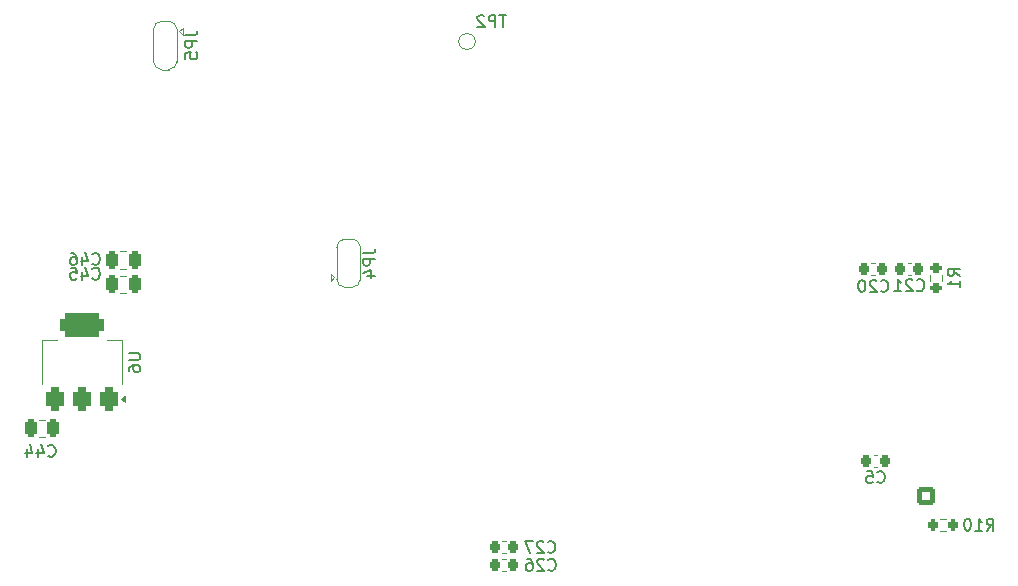
<source format=gbo>
G04 #@! TF.GenerationSoftware,KiCad,Pcbnew,8.0.9*
G04 #@! TF.CreationDate,2025-05-18T21:41:49+02:00*
G04 #@! TF.ProjectId,sensor-hub,73656e73-6f72-42d6-9875-622e6b696361,rev?*
G04 #@! TF.SameCoordinates,Original*
G04 #@! TF.FileFunction,Legend,Bot*
G04 #@! TF.FilePolarity,Positive*
%FSLAX46Y46*%
G04 Gerber Fmt 4.6, Leading zero omitted, Abs format (unit mm)*
G04 Created by KiCad (PCBNEW 8.0.9) date 2025-05-18 21:41:49*
%MOMM*%
%LPD*%
G01*
G04 APERTURE LIST*
G04 Aperture macros list*
%AMRoundRect*
0 Rectangle with rounded corners*
0 $1 Rounding radius*
0 $2 $3 $4 $5 $6 $7 $8 $9 X,Y pos of 4 corners*
0 Add a 4 corners polygon primitive as box body*
4,1,4,$2,$3,$4,$5,$6,$7,$8,$9,$2,$3,0*
0 Add four circle primitives for the rounded corners*
1,1,$1+$1,$2,$3*
1,1,$1+$1,$4,$5*
1,1,$1+$1,$6,$7*
1,1,$1+$1,$8,$9*
0 Add four rect primitives between the rounded corners*
20,1,$1+$1,$2,$3,$4,$5,0*
20,1,$1+$1,$4,$5,$6,$7,0*
20,1,$1+$1,$6,$7,$8,$9,0*
20,1,$1+$1,$8,$9,$2,$3,0*%
%AMFreePoly0*
4,1,19,0.550000,-0.750000,0.000000,-0.750000,0.000000,-0.744911,-0.071157,-0.744911,-0.207708,-0.704816,-0.327430,-0.627875,-0.420627,-0.520320,-0.479746,-0.390866,-0.500000,-0.250000,-0.500000,0.250000,-0.479746,0.390866,-0.420627,0.520320,-0.327430,0.627875,-0.207708,0.704816,-0.071157,0.744911,0.000000,0.744911,0.000000,0.750000,0.550000,0.750000,0.550000,-0.750000,0.550000,-0.750000,
$1*%
%AMFreePoly1*
4,1,19,0.000000,0.744911,0.071157,0.744911,0.207708,0.704816,0.327430,0.627875,0.420627,0.520320,0.479746,0.390866,0.500000,0.250000,0.500000,-0.250000,0.479746,-0.390866,0.420627,-0.520320,0.327430,-0.627875,0.207708,-0.704816,0.071157,-0.744911,0.000000,-0.744911,0.000000,-0.750000,-0.550000,-0.750000,-0.550000,0.750000,0.000000,0.750000,0.000000,0.744911,0.000000,0.744911,
$1*%
G04 Aperture macros list end*
%ADD10C,0.150000*%
%ADD11C,0.120000*%
%ADD12C,1.500000*%
%ADD13R,1.300000X1.300000*%
%ADD14C,1.300000*%
%ADD15C,3.250000*%
%ADD16RoundRect,0.248000X-0.552000X-0.552000X0.552000X-0.552000X0.552000X0.552000X-0.552000X0.552000X0*%
%ADD17C,1.600000*%
%ADD18C,1.720000*%
%ADD19C,2.200000*%
%ADD20R,1.700000X1.700000*%
%ADD21O,1.700000X1.700000*%
%ADD22R,2.000000X2.000000*%
%ADD23C,2.000000*%
%ADD24C,3.000000*%
%ADD25C,1.200000*%
%ADD26RoundRect,0.225000X-0.225000X-0.250000X0.225000X-0.250000X0.225000X0.250000X-0.225000X0.250000X0*%
%ADD27RoundRect,0.225000X0.225000X0.250000X-0.225000X0.250000X-0.225000X-0.250000X0.225000X-0.250000X0*%
%ADD28RoundRect,0.200000X-0.200000X-0.275000X0.200000X-0.275000X0.200000X0.275000X-0.200000X0.275000X0*%
%ADD29RoundRect,0.375000X0.375000X-0.625000X0.375000X0.625000X-0.375000X0.625000X-0.375000X-0.625000X0*%
%ADD30RoundRect,0.500000X1.400000X-0.500000X1.400000X0.500000X-1.400000X0.500000X-1.400000X-0.500000X0*%
%ADD31RoundRect,0.250000X-0.250000X-0.475000X0.250000X-0.475000X0.250000X0.475000X-0.250000X0.475000X0*%
%ADD32FreePoly0,270.000000*%
%ADD33R,1.500000X1.000000*%
%ADD34FreePoly1,270.000000*%
%ADD35FreePoly0,90.000000*%
%ADD36FreePoly1,90.000000*%
%ADD37RoundRect,0.250000X0.250000X0.475000X-0.250000X0.475000X-0.250000X-0.475000X0.250000X-0.475000X0*%
%ADD38RoundRect,0.200000X-0.275000X0.200000X-0.275000X-0.200000X0.275000X-0.200000X0.275000X0.200000X0*%
%ADD39C,1.000000*%
G04 APERTURE END LIST*
D10*
X120341666Y-118339580D02*
X120389285Y-118387200D01*
X120389285Y-118387200D02*
X120532142Y-118434819D01*
X120532142Y-118434819D02*
X120627380Y-118434819D01*
X120627380Y-118434819D02*
X120770237Y-118387200D01*
X120770237Y-118387200D02*
X120865475Y-118291961D01*
X120865475Y-118291961D02*
X120913094Y-118196723D01*
X120913094Y-118196723D02*
X120960713Y-118006247D01*
X120960713Y-118006247D02*
X120960713Y-117863390D01*
X120960713Y-117863390D02*
X120913094Y-117672914D01*
X120913094Y-117672914D02*
X120865475Y-117577676D01*
X120865475Y-117577676D02*
X120770237Y-117482438D01*
X120770237Y-117482438D02*
X120627380Y-117434819D01*
X120627380Y-117434819D02*
X120532142Y-117434819D01*
X120532142Y-117434819D02*
X120389285Y-117482438D01*
X120389285Y-117482438D02*
X120341666Y-117530057D01*
X119436904Y-117434819D02*
X119913094Y-117434819D01*
X119913094Y-117434819D02*
X119960713Y-117911009D01*
X119960713Y-117911009D02*
X119913094Y-117863390D01*
X119913094Y-117863390D02*
X119817856Y-117815771D01*
X119817856Y-117815771D02*
X119579761Y-117815771D01*
X119579761Y-117815771D02*
X119484523Y-117863390D01*
X119484523Y-117863390D02*
X119436904Y-117911009D01*
X119436904Y-117911009D02*
X119389285Y-118006247D01*
X119389285Y-118006247D02*
X119389285Y-118244342D01*
X119389285Y-118244342D02*
X119436904Y-118339580D01*
X119436904Y-118339580D02*
X119484523Y-118387200D01*
X119484523Y-118387200D02*
X119579761Y-118434819D01*
X119579761Y-118434819D02*
X119817856Y-118434819D01*
X119817856Y-118434819D02*
X119913094Y-118387200D01*
X119913094Y-118387200D02*
X119960713Y-118339580D01*
X92442857Y-124259580D02*
X92490476Y-124307200D01*
X92490476Y-124307200D02*
X92633333Y-124354819D01*
X92633333Y-124354819D02*
X92728571Y-124354819D01*
X92728571Y-124354819D02*
X92871428Y-124307200D01*
X92871428Y-124307200D02*
X92966666Y-124211961D01*
X92966666Y-124211961D02*
X93014285Y-124116723D01*
X93014285Y-124116723D02*
X93061904Y-123926247D01*
X93061904Y-123926247D02*
X93061904Y-123783390D01*
X93061904Y-123783390D02*
X93014285Y-123592914D01*
X93014285Y-123592914D02*
X92966666Y-123497676D01*
X92966666Y-123497676D02*
X92871428Y-123402438D01*
X92871428Y-123402438D02*
X92728571Y-123354819D01*
X92728571Y-123354819D02*
X92633333Y-123354819D01*
X92633333Y-123354819D02*
X92490476Y-123402438D01*
X92490476Y-123402438D02*
X92442857Y-123450057D01*
X92061904Y-123450057D02*
X92014285Y-123402438D01*
X92014285Y-123402438D02*
X91919047Y-123354819D01*
X91919047Y-123354819D02*
X91680952Y-123354819D01*
X91680952Y-123354819D02*
X91585714Y-123402438D01*
X91585714Y-123402438D02*
X91538095Y-123450057D01*
X91538095Y-123450057D02*
X91490476Y-123545295D01*
X91490476Y-123545295D02*
X91490476Y-123640533D01*
X91490476Y-123640533D02*
X91538095Y-123783390D01*
X91538095Y-123783390D02*
X92109523Y-124354819D01*
X92109523Y-124354819D02*
X91490476Y-124354819D01*
X91157142Y-123354819D02*
X90490476Y-123354819D01*
X90490476Y-123354819D02*
X90919047Y-124354819D01*
X129592857Y-122454819D02*
X129926190Y-121978628D01*
X130164285Y-122454819D02*
X130164285Y-121454819D01*
X130164285Y-121454819D02*
X129783333Y-121454819D01*
X129783333Y-121454819D02*
X129688095Y-121502438D01*
X129688095Y-121502438D02*
X129640476Y-121550057D01*
X129640476Y-121550057D02*
X129592857Y-121645295D01*
X129592857Y-121645295D02*
X129592857Y-121788152D01*
X129592857Y-121788152D02*
X129640476Y-121883390D01*
X129640476Y-121883390D02*
X129688095Y-121931009D01*
X129688095Y-121931009D02*
X129783333Y-121978628D01*
X129783333Y-121978628D02*
X130164285Y-121978628D01*
X128640476Y-122454819D02*
X129211904Y-122454819D01*
X128926190Y-122454819D02*
X128926190Y-121454819D01*
X128926190Y-121454819D02*
X129021428Y-121597676D01*
X129021428Y-121597676D02*
X129116666Y-121692914D01*
X129116666Y-121692914D02*
X129211904Y-121740533D01*
X128021428Y-121454819D02*
X127926190Y-121454819D01*
X127926190Y-121454819D02*
X127830952Y-121502438D01*
X127830952Y-121502438D02*
X127783333Y-121550057D01*
X127783333Y-121550057D02*
X127735714Y-121645295D01*
X127735714Y-121645295D02*
X127688095Y-121835771D01*
X127688095Y-121835771D02*
X127688095Y-122073866D01*
X127688095Y-122073866D02*
X127735714Y-122264342D01*
X127735714Y-122264342D02*
X127783333Y-122359580D01*
X127783333Y-122359580D02*
X127830952Y-122407200D01*
X127830952Y-122407200D02*
X127926190Y-122454819D01*
X127926190Y-122454819D02*
X128021428Y-122454819D01*
X128021428Y-122454819D02*
X128116666Y-122407200D01*
X128116666Y-122407200D02*
X128164285Y-122359580D01*
X128164285Y-122359580D02*
X128211904Y-122264342D01*
X128211904Y-122264342D02*
X128259523Y-122073866D01*
X128259523Y-122073866D02*
X128259523Y-121835771D01*
X128259523Y-121835771D02*
X128211904Y-121645295D01*
X128211904Y-121645295D02*
X128164285Y-121550057D01*
X128164285Y-121550057D02*
X128116666Y-121502438D01*
X128116666Y-121502438D02*
X128021428Y-121454819D01*
X123680357Y-102089580D02*
X123727976Y-102137200D01*
X123727976Y-102137200D02*
X123870833Y-102184819D01*
X123870833Y-102184819D02*
X123966071Y-102184819D01*
X123966071Y-102184819D02*
X124108928Y-102137200D01*
X124108928Y-102137200D02*
X124204166Y-102041961D01*
X124204166Y-102041961D02*
X124251785Y-101946723D01*
X124251785Y-101946723D02*
X124299404Y-101756247D01*
X124299404Y-101756247D02*
X124299404Y-101613390D01*
X124299404Y-101613390D02*
X124251785Y-101422914D01*
X124251785Y-101422914D02*
X124204166Y-101327676D01*
X124204166Y-101327676D02*
X124108928Y-101232438D01*
X124108928Y-101232438D02*
X123966071Y-101184819D01*
X123966071Y-101184819D02*
X123870833Y-101184819D01*
X123870833Y-101184819D02*
X123727976Y-101232438D01*
X123727976Y-101232438D02*
X123680357Y-101280057D01*
X123299404Y-101280057D02*
X123251785Y-101232438D01*
X123251785Y-101232438D02*
X123156547Y-101184819D01*
X123156547Y-101184819D02*
X122918452Y-101184819D01*
X122918452Y-101184819D02*
X122823214Y-101232438D01*
X122823214Y-101232438D02*
X122775595Y-101280057D01*
X122775595Y-101280057D02*
X122727976Y-101375295D01*
X122727976Y-101375295D02*
X122727976Y-101470533D01*
X122727976Y-101470533D02*
X122775595Y-101613390D01*
X122775595Y-101613390D02*
X123347023Y-102184819D01*
X123347023Y-102184819D02*
X122727976Y-102184819D01*
X121775595Y-102184819D02*
X122347023Y-102184819D01*
X122061309Y-102184819D02*
X122061309Y-101184819D01*
X122061309Y-101184819D02*
X122156547Y-101327676D01*
X122156547Y-101327676D02*
X122251785Y-101422914D01*
X122251785Y-101422914D02*
X122347023Y-101470533D01*
X56954819Y-107438095D02*
X57764342Y-107438095D01*
X57764342Y-107438095D02*
X57859580Y-107485714D01*
X57859580Y-107485714D02*
X57907200Y-107533333D01*
X57907200Y-107533333D02*
X57954819Y-107628571D01*
X57954819Y-107628571D02*
X57954819Y-107819047D01*
X57954819Y-107819047D02*
X57907200Y-107914285D01*
X57907200Y-107914285D02*
X57859580Y-107961904D01*
X57859580Y-107961904D02*
X57764342Y-108009523D01*
X57764342Y-108009523D02*
X56954819Y-108009523D01*
X56954819Y-108914285D02*
X56954819Y-108723809D01*
X56954819Y-108723809D02*
X57002438Y-108628571D01*
X57002438Y-108628571D02*
X57050057Y-108580952D01*
X57050057Y-108580952D02*
X57192914Y-108485714D01*
X57192914Y-108485714D02*
X57383390Y-108438095D01*
X57383390Y-108438095D02*
X57764342Y-108438095D01*
X57764342Y-108438095D02*
X57859580Y-108485714D01*
X57859580Y-108485714D02*
X57907200Y-108533333D01*
X57907200Y-108533333D02*
X57954819Y-108628571D01*
X57954819Y-108628571D02*
X57954819Y-108819047D01*
X57954819Y-108819047D02*
X57907200Y-108914285D01*
X57907200Y-108914285D02*
X57859580Y-108961904D01*
X57859580Y-108961904D02*
X57764342Y-109009523D01*
X57764342Y-109009523D02*
X57526247Y-109009523D01*
X57526247Y-109009523D02*
X57431009Y-108961904D01*
X57431009Y-108961904D02*
X57383390Y-108914285D01*
X57383390Y-108914285D02*
X57335771Y-108819047D01*
X57335771Y-108819047D02*
X57335771Y-108628571D01*
X57335771Y-108628571D02*
X57383390Y-108533333D01*
X57383390Y-108533333D02*
X57431009Y-108485714D01*
X57431009Y-108485714D02*
X57526247Y-108438095D01*
X53892857Y-101109580D02*
X53940476Y-101157200D01*
X53940476Y-101157200D02*
X54083333Y-101204819D01*
X54083333Y-101204819D02*
X54178571Y-101204819D01*
X54178571Y-101204819D02*
X54321428Y-101157200D01*
X54321428Y-101157200D02*
X54416666Y-101061961D01*
X54416666Y-101061961D02*
X54464285Y-100966723D01*
X54464285Y-100966723D02*
X54511904Y-100776247D01*
X54511904Y-100776247D02*
X54511904Y-100633390D01*
X54511904Y-100633390D02*
X54464285Y-100442914D01*
X54464285Y-100442914D02*
X54416666Y-100347676D01*
X54416666Y-100347676D02*
X54321428Y-100252438D01*
X54321428Y-100252438D02*
X54178571Y-100204819D01*
X54178571Y-100204819D02*
X54083333Y-100204819D01*
X54083333Y-100204819D02*
X53940476Y-100252438D01*
X53940476Y-100252438D02*
X53892857Y-100300057D01*
X53035714Y-100538152D02*
X53035714Y-101204819D01*
X53273809Y-100157200D02*
X53511904Y-100871485D01*
X53511904Y-100871485D02*
X52892857Y-100871485D01*
X52035714Y-100204819D02*
X52511904Y-100204819D01*
X52511904Y-100204819D02*
X52559523Y-100681009D01*
X52559523Y-100681009D02*
X52511904Y-100633390D01*
X52511904Y-100633390D02*
X52416666Y-100585771D01*
X52416666Y-100585771D02*
X52178571Y-100585771D01*
X52178571Y-100585771D02*
X52083333Y-100633390D01*
X52083333Y-100633390D02*
X52035714Y-100681009D01*
X52035714Y-100681009D02*
X51988095Y-100776247D01*
X51988095Y-100776247D02*
X51988095Y-101014342D01*
X51988095Y-101014342D02*
X52035714Y-101109580D01*
X52035714Y-101109580D02*
X52083333Y-101157200D01*
X52083333Y-101157200D02*
X52178571Y-101204819D01*
X52178571Y-101204819D02*
X52416666Y-101204819D01*
X52416666Y-101204819D02*
X52511904Y-101157200D01*
X52511904Y-101157200D02*
X52559523Y-101109580D01*
X61754819Y-80541666D02*
X62469104Y-80541666D01*
X62469104Y-80541666D02*
X62611961Y-80494047D01*
X62611961Y-80494047D02*
X62707200Y-80398809D01*
X62707200Y-80398809D02*
X62754819Y-80255952D01*
X62754819Y-80255952D02*
X62754819Y-80160714D01*
X62754819Y-81017857D02*
X61754819Y-81017857D01*
X61754819Y-81017857D02*
X61754819Y-81398809D01*
X61754819Y-81398809D02*
X61802438Y-81494047D01*
X61802438Y-81494047D02*
X61850057Y-81541666D01*
X61850057Y-81541666D02*
X61945295Y-81589285D01*
X61945295Y-81589285D02*
X62088152Y-81589285D01*
X62088152Y-81589285D02*
X62183390Y-81541666D01*
X62183390Y-81541666D02*
X62231009Y-81494047D01*
X62231009Y-81494047D02*
X62278628Y-81398809D01*
X62278628Y-81398809D02*
X62278628Y-81017857D01*
X61754819Y-82494047D02*
X61754819Y-82017857D01*
X61754819Y-82017857D02*
X62231009Y-81970238D01*
X62231009Y-81970238D02*
X62183390Y-82017857D01*
X62183390Y-82017857D02*
X62135771Y-82113095D01*
X62135771Y-82113095D02*
X62135771Y-82351190D01*
X62135771Y-82351190D02*
X62183390Y-82446428D01*
X62183390Y-82446428D02*
X62231009Y-82494047D01*
X62231009Y-82494047D02*
X62326247Y-82541666D01*
X62326247Y-82541666D02*
X62564342Y-82541666D01*
X62564342Y-82541666D02*
X62659580Y-82494047D01*
X62659580Y-82494047D02*
X62707200Y-82446428D01*
X62707200Y-82446428D02*
X62754819Y-82351190D01*
X62754819Y-82351190D02*
X62754819Y-82113095D01*
X62754819Y-82113095D02*
X62707200Y-82017857D01*
X62707200Y-82017857D02*
X62659580Y-81970238D01*
X120642857Y-102159580D02*
X120690476Y-102207200D01*
X120690476Y-102207200D02*
X120833333Y-102254819D01*
X120833333Y-102254819D02*
X120928571Y-102254819D01*
X120928571Y-102254819D02*
X121071428Y-102207200D01*
X121071428Y-102207200D02*
X121166666Y-102111961D01*
X121166666Y-102111961D02*
X121214285Y-102016723D01*
X121214285Y-102016723D02*
X121261904Y-101826247D01*
X121261904Y-101826247D02*
X121261904Y-101683390D01*
X121261904Y-101683390D02*
X121214285Y-101492914D01*
X121214285Y-101492914D02*
X121166666Y-101397676D01*
X121166666Y-101397676D02*
X121071428Y-101302438D01*
X121071428Y-101302438D02*
X120928571Y-101254819D01*
X120928571Y-101254819D02*
X120833333Y-101254819D01*
X120833333Y-101254819D02*
X120690476Y-101302438D01*
X120690476Y-101302438D02*
X120642857Y-101350057D01*
X120261904Y-101350057D02*
X120214285Y-101302438D01*
X120214285Y-101302438D02*
X120119047Y-101254819D01*
X120119047Y-101254819D02*
X119880952Y-101254819D01*
X119880952Y-101254819D02*
X119785714Y-101302438D01*
X119785714Y-101302438D02*
X119738095Y-101350057D01*
X119738095Y-101350057D02*
X119690476Y-101445295D01*
X119690476Y-101445295D02*
X119690476Y-101540533D01*
X119690476Y-101540533D02*
X119738095Y-101683390D01*
X119738095Y-101683390D02*
X120309523Y-102254819D01*
X120309523Y-102254819D02*
X119690476Y-102254819D01*
X119071428Y-101254819D02*
X118976190Y-101254819D01*
X118976190Y-101254819D02*
X118880952Y-101302438D01*
X118880952Y-101302438D02*
X118833333Y-101350057D01*
X118833333Y-101350057D02*
X118785714Y-101445295D01*
X118785714Y-101445295D02*
X118738095Y-101635771D01*
X118738095Y-101635771D02*
X118738095Y-101873866D01*
X118738095Y-101873866D02*
X118785714Y-102064342D01*
X118785714Y-102064342D02*
X118833333Y-102159580D01*
X118833333Y-102159580D02*
X118880952Y-102207200D01*
X118880952Y-102207200D02*
X118976190Y-102254819D01*
X118976190Y-102254819D02*
X119071428Y-102254819D01*
X119071428Y-102254819D02*
X119166666Y-102207200D01*
X119166666Y-102207200D02*
X119214285Y-102159580D01*
X119214285Y-102159580D02*
X119261904Y-102064342D01*
X119261904Y-102064342D02*
X119309523Y-101873866D01*
X119309523Y-101873866D02*
X119309523Y-101635771D01*
X119309523Y-101635771D02*
X119261904Y-101445295D01*
X119261904Y-101445295D02*
X119214285Y-101350057D01*
X119214285Y-101350057D02*
X119166666Y-101302438D01*
X119166666Y-101302438D02*
X119071428Y-101254819D01*
X76824819Y-98986666D02*
X77539104Y-98986666D01*
X77539104Y-98986666D02*
X77681961Y-98939047D01*
X77681961Y-98939047D02*
X77777200Y-98843809D01*
X77777200Y-98843809D02*
X77824819Y-98700952D01*
X77824819Y-98700952D02*
X77824819Y-98605714D01*
X77824819Y-99462857D02*
X76824819Y-99462857D01*
X76824819Y-99462857D02*
X76824819Y-99843809D01*
X76824819Y-99843809D02*
X76872438Y-99939047D01*
X76872438Y-99939047D02*
X76920057Y-99986666D01*
X76920057Y-99986666D02*
X77015295Y-100034285D01*
X77015295Y-100034285D02*
X77158152Y-100034285D01*
X77158152Y-100034285D02*
X77253390Y-99986666D01*
X77253390Y-99986666D02*
X77301009Y-99939047D01*
X77301009Y-99939047D02*
X77348628Y-99843809D01*
X77348628Y-99843809D02*
X77348628Y-99462857D01*
X77158152Y-100891428D02*
X77824819Y-100891428D01*
X76777200Y-100653333D02*
X77491485Y-100415238D01*
X77491485Y-100415238D02*
X77491485Y-101034285D01*
X53892857Y-99859580D02*
X53940476Y-99907200D01*
X53940476Y-99907200D02*
X54083333Y-99954819D01*
X54083333Y-99954819D02*
X54178571Y-99954819D01*
X54178571Y-99954819D02*
X54321428Y-99907200D01*
X54321428Y-99907200D02*
X54416666Y-99811961D01*
X54416666Y-99811961D02*
X54464285Y-99716723D01*
X54464285Y-99716723D02*
X54511904Y-99526247D01*
X54511904Y-99526247D02*
X54511904Y-99383390D01*
X54511904Y-99383390D02*
X54464285Y-99192914D01*
X54464285Y-99192914D02*
X54416666Y-99097676D01*
X54416666Y-99097676D02*
X54321428Y-99002438D01*
X54321428Y-99002438D02*
X54178571Y-98954819D01*
X54178571Y-98954819D02*
X54083333Y-98954819D01*
X54083333Y-98954819D02*
X53940476Y-99002438D01*
X53940476Y-99002438D02*
X53892857Y-99050057D01*
X53035714Y-99288152D02*
X53035714Y-99954819D01*
X53273809Y-98907200D02*
X53511904Y-99621485D01*
X53511904Y-99621485D02*
X52892857Y-99621485D01*
X52083333Y-98954819D02*
X52273809Y-98954819D01*
X52273809Y-98954819D02*
X52369047Y-99002438D01*
X52369047Y-99002438D02*
X52416666Y-99050057D01*
X52416666Y-99050057D02*
X52511904Y-99192914D01*
X52511904Y-99192914D02*
X52559523Y-99383390D01*
X52559523Y-99383390D02*
X52559523Y-99764342D01*
X52559523Y-99764342D02*
X52511904Y-99859580D01*
X52511904Y-99859580D02*
X52464285Y-99907200D01*
X52464285Y-99907200D02*
X52369047Y-99954819D01*
X52369047Y-99954819D02*
X52178571Y-99954819D01*
X52178571Y-99954819D02*
X52083333Y-99907200D01*
X52083333Y-99907200D02*
X52035714Y-99859580D01*
X52035714Y-99859580D02*
X51988095Y-99764342D01*
X51988095Y-99764342D02*
X51988095Y-99526247D01*
X51988095Y-99526247D02*
X52035714Y-99431009D01*
X52035714Y-99431009D02*
X52083333Y-99383390D01*
X52083333Y-99383390D02*
X52178571Y-99335771D01*
X52178571Y-99335771D02*
X52369047Y-99335771D01*
X52369047Y-99335771D02*
X52464285Y-99383390D01*
X52464285Y-99383390D02*
X52511904Y-99431009D01*
X52511904Y-99431009D02*
X52559523Y-99526247D01*
X50142857Y-116109580D02*
X50190476Y-116157200D01*
X50190476Y-116157200D02*
X50333333Y-116204819D01*
X50333333Y-116204819D02*
X50428571Y-116204819D01*
X50428571Y-116204819D02*
X50571428Y-116157200D01*
X50571428Y-116157200D02*
X50666666Y-116061961D01*
X50666666Y-116061961D02*
X50714285Y-115966723D01*
X50714285Y-115966723D02*
X50761904Y-115776247D01*
X50761904Y-115776247D02*
X50761904Y-115633390D01*
X50761904Y-115633390D02*
X50714285Y-115442914D01*
X50714285Y-115442914D02*
X50666666Y-115347676D01*
X50666666Y-115347676D02*
X50571428Y-115252438D01*
X50571428Y-115252438D02*
X50428571Y-115204819D01*
X50428571Y-115204819D02*
X50333333Y-115204819D01*
X50333333Y-115204819D02*
X50190476Y-115252438D01*
X50190476Y-115252438D02*
X50142857Y-115300057D01*
X49285714Y-115538152D02*
X49285714Y-116204819D01*
X49523809Y-115157200D02*
X49761904Y-115871485D01*
X49761904Y-115871485D02*
X49142857Y-115871485D01*
X48333333Y-115538152D02*
X48333333Y-116204819D01*
X48571428Y-115157200D02*
X48809523Y-115871485D01*
X48809523Y-115871485D02*
X48190476Y-115871485D01*
X92492857Y-125759580D02*
X92540476Y-125807200D01*
X92540476Y-125807200D02*
X92683333Y-125854819D01*
X92683333Y-125854819D02*
X92778571Y-125854819D01*
X92778571Y-125854819D02*
X92921428Y-125807200D01*
X92921428Y-125807200D02*
X93016666Y-125711961D01*
X93016666Y-125711961D02*
X93064285Y-125616723D01*
X93064285Y-125616723D02*
X93111904Y-125426247D01*
X93111904Y-125426247D02*
X93111904Y-125283390D01*
X93111904Y-125283390D02*
X93064285Y-125092914D01*
X93064285Y-125092914D02*
X93016666Y-124997676D01*
X93016666Y-124997676D02*
X92921428Y-124902438D01*
X92921428Y-124902438D02*
X92778571Y-124854819D01*
X92778571Y-124854819D02*
X92683333Y-124854819D01*
X92683333Y-124854819D02*
X92540476Y-124902438D01*
X92540476Y-124902438D02*
X92492857Y-124950057D01*
X92111904Y-124950057D02*
X92064285Y-124902438D01*
X92064285Y-124902438D02*
X91969047Y-124854819D01*
X91969047Y-124854819D02*
X91730952Y-124854819D01*
X91730952Y-124854819D02*
X91635714Y-124902438D01*
X91635714Y-124902438D02*
X91588095Y-124950057D01*
X91588095Y-124950057D02*
X91540476Y-125045295D01*
X91540476Y-125045295D02*
X91540476Y-125140533D01*
X91540476Y-125140533D02*
X91588095Y-125283390D01*
X91588095Y-125283390D02*
X92159523Y-125854819D01*
X92159523Y-125854819D02*
X91540476Y-125854819D01*
X90683333Y-124854819D02*
X90873809Y-124854819D01*
X90873809Y-124854819D02*
X90969047Y-124902438D01*
X90969047Y-124902438D02*
X91016666Y-124950057D01*
X91016666Y-124950057D02*
X91111904Y-125092914D01*
X91111904Y-125092914D02*
X91159523Y-125283390D01*
X91159523Y-125283390D02*
X91159523Y-125664342D01*
X91159523Y-125664342D02*
X91111904Y-125759580D01*
X91111904Y-125759580D02*
X91064285Y-125807200D01*
X91064285Y-125807200D02*
X90969047Y-125854819D01*
X90969047Y-125854819D02*
X90778571Y-125854819D01*
X90778571Y-125854819D02*
X90683333Y-125807200D01*
X90683333Y-125807200D02*
X90635714Y-125759580D01*
X90635714Y-125759580D02*
X90588095Y-125664342D01*
X90588095Y-125664342D02*
X90588095Y-125426247D01*
X90588095Y-125426247D02*
X90635714Y-125331009D01*
X90635714Y-125331009D02*
X90683333Y-125283390D01*
X90683333Y-125283390D02*
X90778571Y-125235771D01*
X90778571Y-125235771D02*
X90969047Y-125235771D01*
X90969047Y-125235771D02*
X91064285Y-125283390D01*
X91064285Y-125283390D02*
X91111904Y-125331009D01*
X91111904Y-125331009D02*
X91159523Y-125426247D01*
X127304819Y-100908333D02*
X126828628Y-100575000D01*
X127304819Y-100336905D02*
X126304819Y-100336905D01*
X126304819Y-100336905D02*
X126304819Y-100717857D01*
X126304819Y-100717857D02*
X126352438Y-100813095D01*
X126352438Y-100813095D02*
X126400057Y-100860714D01*
X126400057Y-100860714D02*
X126495295Y-100908333D01*
X126495295Y-100908333D02*
X126638152Y-100908333D01*
X126638152Y-100908333D02*
X126733390Y-100860714D01*
X126733390Y-100860714D02*
X126781009Y-100813095D01*
X126781009Y-100813095D02*
X126828628Y-100717857D01*
X126828628Y-100717857D02*
X126828628Y-100336905D01*
X127304819Y-101860714D02*
X127304819Y-101289286D01*
X127304819Y-101575000D02*
X126304819Y-101575000D01*
X126304819Y-101575000D02*
X126447676Y-101479762D01*
X126447676Y-101479762D02*
X126542914Y-101384524D01*
X126542914Y-101384524D02*
X126590533Y-101289286D01*
X88911904Y-78804819D02*
X88340476Y-78804819D01*
X88626190Y-79804819D02*
X88626190Y-78804819D01*
X88007142Y-79804819D02*
X88007142Y-78804819D01*
X88007142Y-78804819D02*
X87626190Y-78804819D01*
X87626190Y-78804819D02*
X87530952Y-78852438D01*
X87530952Y-78852438D02*
X87483333Y-78900057D01*
X87483333Y-78900057D02*
X87435714Y-78995295D01*
X87435714Y-78995295D02*
X87435714Y-79138152D01*
X87435714Y-79138152D02*
X87483333Y-79233390D01*
X87483333Y-79233390D02*
X87530952Y-79281009D01*
X87530952Y-79281009D02*
X87626190Y-79328628D01*
X87626190Y-79328628D02*
X88007142Y-79328628D01*
X87054761Y-78900057D02*
X87007142Y-78852438D01*
X87007142Y-78852438D02*
X86911904Y-78804819D01*
X86911904Y-78804819D02*
X86673809Y-78804819D01*
X86673809Y-78804819D02*
X86578571Y-78852438D01*
X86578571Y-78852438D02*
X86530952Y-78900057D01*
X86530952Y-78900057D02*
X86483333Y-78995295D01*
X86483333Y-78995295D02*
X86483333Y-79090533D01*
X86483333Y-79090533D02*
X86530952Y-79233390D01*
X86530952Y-79233390D02*
X87102380Y-79804819D01*
X87102380Y-79804819D02*
X86483333Y-79804819D01*
D11*
X120315580Y-116040000D02*
X120034420Y-116040000D01*
X120315580Y-117060000D02*
X120034420Y-117060000D01*
X88584420Y-123365000D02*
X88865580Y-123365000D01*
X88584420Y-124385000D02*
X88865580Y-124385000D01*
X126137258Y-121477500D02*
X125662742Y-121477500D01*
X126137258Y-122522500D02*
X125662742Y-122522500D01*
X123178080Y-99790000D02*
X122896920Y-99790000D01*
X123178080Y-100810000D02*
X122896920Y-100810000D01*
X49590000Y-106290000D02*
X49590000Y-110050000D01*
X50850000Y-106290000D02*
X49590000Y-106290000D01*
X55150000Y-106290000D02*
X56410000Y-106290000D01*
X56410000Y-106290000D02*
X56410000Y-110050000D01*
X56640000Y-111570000D02*
X56310000Y-111330000D01*
X56640000Y-111090000D01*
X56640000Y-111570000D01*
G36*
X56640000Y-111570000D02*
G01*
X56310000Y-111330000D01*
X56640000Y-111090000D01*
X56640000Y-111570000D01*
G37*
X56761252Y-100865000D02*
X56238748Y-100865000D01*
X56761252Y-102335000D02*
X56238748Y-102335000D01*
X59050000Y-82775000D02*
X59050000Y-79975000D01*
X59750000Y-79325000D02*
X60350000Y-79325000D01*
X60350000Y-83425000D02*
X59750000Y-83425000D01*
X61050000Y-79975000D02*
X61050000Y-82775000D01*
X61550000Y-79875000D02*
X61250000Y-80175000D01*
X61550000Y-80475000D02*
X61250000Y-80175000D01*
X61550000Y-80475000D02*
X61550000Y-79875000D01*
X59050000Y-80025000D02*
G75*
G02*
X59750000Y-79325000I699999J1D01*
G01*
X59750000Y-83425000D02*
G75*
G02*
X59050000Y-82725000I0J700000D01*
G01*
X60350000Y-79325000D02*
G75*
G02*
X61050000Y-80025000I1J-699999D01*
G01*
X61050000Y-82725000D02*
G75*
G02*
X60350000Y-83425000I-700000J0D01*
G01*
X119846920Y-99790000D02*
X120128080Y-99790000D01*
X119846920Y-100810000D02*
X120128080Y-100810000D01*
X74070000Y-100720000D02*
X74070000Y-101320000D01*
X74070000Y-100720000D02*
X74370000Y-101020000D01*
X74070000Y-101320000D02*
X74370000Y-101020000D01*
X74570000Y-101220000D02*
X74570000Y-98420000D01*
X75270000Y-97770000D02*
X75870000Y-97770000D01*
X75870000Y-101870000D02*
X75270000Y-101870000D01*
X76570000Y-98420000D02*
X76570000Y-101220000D01*
X74570000Y-98470000D02*
G75*
G02*
X75270000Y-97770000I700000J0D01*
G01*
X75270000Y-101870000D02*
G75*
G02*
X74570000Y-101170000I-1J699999D01*
G01*
X75870000Y-97770000D02*
G75*
G02*
X76570000Y-98470000I0J-700000D01*
G01*
X76570000Y-101170000D02*
G75*
G02*
X75870000Y-101870000I-699999J-1D01*
G01*
X56761252Y-98815000D02*
X56238748Y-98815000D01*
X56761252Y-100285000D02*
X56238748Y-100285000D01*
X49338748Y-113065000D02*
X49861252Y-113065000D01*
X49338748Y-114535000D02*
X49861252Y-114535000D01*
X88584420Y-124890000D02*
X88865580Y-124890000D01*
X88584420Y-125910000D02*
X88865580Y-125910000D01*
X124790000Y-101312258D02*
X124790000Y-100837742D01*
X125835000Y-101312258D02*
X125835000Y-100837742D01*
X86300000Y-81050000D02*
G75*
G02*
X84900000Y-81050000I-700000J0D01*
G01*
X84900000Y-81050000D02*
G75*
G02*
X86300000Y-81050000I700000J0D01*
G01*
%LPC*%
D12*
X102085000Y-74910000D03*
D13*
X100685000Y-73110000D03*
D14*
X99415000Y-75650000D03*
X98145000Y-73110000D03*
X96875000Y-75650000D03*
X95605000Y-73110000D03*
X94335000Y-75650000D03*
X93065000Y-73110000D03*
X91795000Y-75650000D03*
X90525000Y-73110000D03*
X89255000Y-75650000D03*
D12*
X62375000Y-131875000D03*
D13*
X60975000Y-130075000D03*
D14*
X59705000Y-132615000D03*
X58435000Y-130075000D03*
X57165000Y-132615000D03*
D15*
X125715000Y-128390000D03*
X114285000Y-128390000D03*
D16*
X124445000Y-119500000D03*
D17*
X123175000Y-122040000D03*
X121905000Y-119500000D03*
X120635000Y-122040000D03*
X119365000Y-119500000D03*
X118095000Y-122040000D03*
X116825000Y-119500000D03*
X115555000Y-122040000D03*
D18*
X125465000Y-114670000D03*
X122925000Y-114670000D03*
X117075000Y-114670000D03*
X114535000Y-114670000D03*
D19*
X127900000Y-125340000D03*
X112100000Y-125340000D03*
D20*
X80875000Y-108260000D03*
D21*
X80875000Y-110800000D03*
X80875000Y-113340000D03*
D22*
X70400000Y-84057455D03*
D23*
X70400000Y-63257455D03*
D24*
X50000000Y-74000000D03*
X136000000Y-74000000D03*
X50000000Y-125000000D03*
D20*
X73990000Y-132625000D03*
D21*
X71450000Y-132625000D03*
D25*
X95125000Y-124500000D03*
X85125000Y-124500000D03*
D12*
X120340000Y-74922500D03*
D13*
X118940000Y-73122500D03*
D14*
X117670000Y-75662500D03*
X116400000Y-73122500D03*
X115130000Y-75662500D03*
X113860000Y-73122500D03*
X112590000Y-75662500D03*
X111320000Y-73122500D03*
X110050000Y-75662500D03*
D24*
X136000000Y-125000000D03*
D20*
X62485000Y-101700000D03*
D21*
X65025000Y-101700000D03*
X67565000Y-101700000D03*
X70105000Y-101700000D03*
D26*
X119400000Y-116550000D03*
X120950000Y-116550000D03*
D27*
X89500000Y-123875000D03*
X87950000Y-123875000D03*
D28*
X125075000Y-122000000D03*
X126725000Y-122000000D03*
D26*
X122262500Y-100300000D03*
X123812500Y-100300000D03*
D29*
X55300000Y-111350000D03*
X53000000Y-111350000D03*
D30*
X53000000Y-105050000D03*
D29*
X50700000Y-111350000D03*
D31*
X55550000Y-101600000D03*
X57450000Y-101600000D03*
D32*
X60050000Y-80075000D03*
D33*
X60050000Y-81375000D03*
D34*
X60050000Y-82675000D03*
D27*
X120762500Y-100300000D03*
X119212500Y-100300000D03*
D35*
X75570000Y-101120000D03*
D33*
X75570000Y-99820000D03*
D36*
X75570000Y-98520000D03*
D31*
X55550000Y-99550000D03*
X57450000Y-99550000D03*
D37*
X50550000Y-113800000D03*
X48650000Y-113800000D03*
D27*
X89500000Y-125400000D03*
X87950000Y-125400000D03*
D38*
X125312500Y-100250000D03*
X125312500Y-101900000D03*
D39*
X85600000Y-81050000D03*
%LPD*%
M02*

</source>
